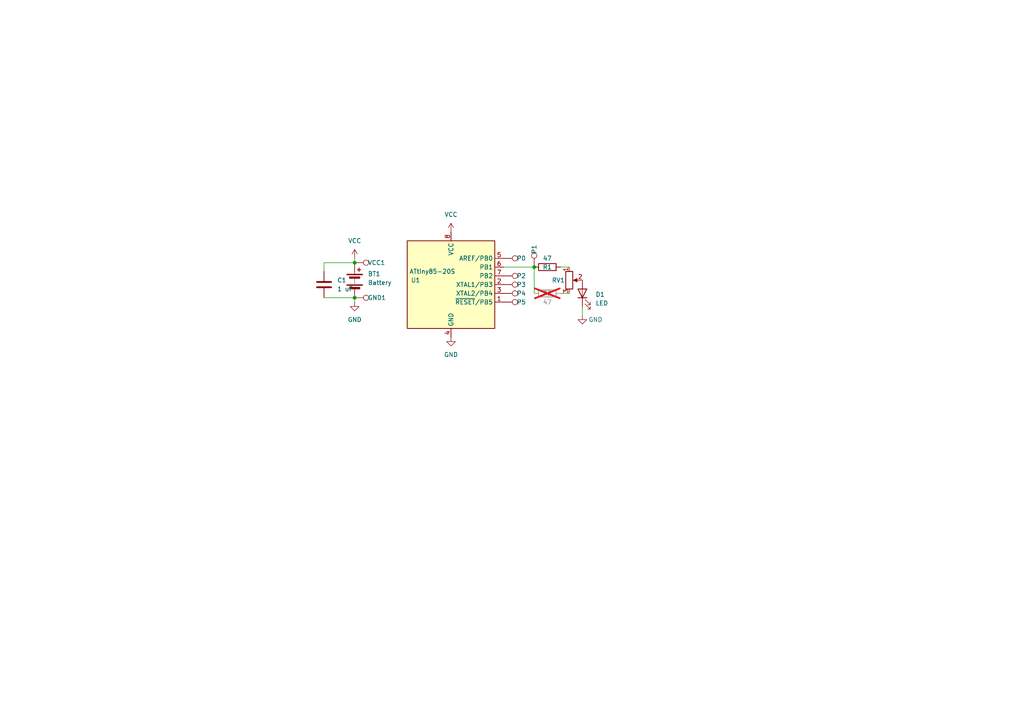
<source format=kicad_sch>
(kicad_sch (version 20230121) (generator eeschema)
  (paper "A4")
  (lib_symbols
    (symbol "Connector:TestPoint" (pin_numbers hide) (pin_names (offset 0.762) hide)
      (property "Reference" "TP" (at 0 6.858 0))
      (property "Value" "TestPoint" (at 0 5.08 0))
      (symbol "TestPoint_0_1"
        (circle (center 0 3.302) (radius 0.762))
      )
      (symbol "TestPoint_1_1"
        (pin passive line (at 0 0 90) (length 2.54) (name "1") (number "1"))
      )
    )
    (symbol "Device:Battery" (pin_numbers hide) (pin_names (offset 0) hide)
      (property "Reference" "BT" (at 2.54 2.54 0))
      (property "Value" "Battery" (at 2.54 0 0))
      (symbol "Battery_0_1"
        (rectangle (start -2.286 -1.27) (end 2.286 -1.524) (fill (type outline)))
        (rectangle (start -2.286 1.778) (end 2.286 1.524) (fill (type outline)))
        (rectangle (start -1.524 -2.032) (end 1.524 -2.54) (fill (type outline)))
        (rectangle (start -1.524 1.016) (end 1.524 0.508) (fill (type outline)))
        (polyline (pts (xy 0 -1.016) (xy 0 -0.762)))
        (polyline (pts (xy 0 -0.508) (xy 0 -0.254)))
        (polyline (pts (xy 0 0) (xy 0 0.254)))
        (polyline (pts (xy 0 1.778) (xy 0 2.54)))
        (polyline (pts (xy 0.762 3.048) (xy 1.778 3.048)) (stroke (width 0.254)))
        (polyline (pts (xy 1.27 3.556) (xy 1.27 2.54)) (stroke (width 0.254)))
      )
      (symbol "Battery_1_1"
        (pin passive line (at 0 5.08 270) (length 2.54) (name "+") (number "1"))
        (pin passive line (at 0 -5.08 90) (length 2.54) (name "-") (number "2"))
      )
    )
    (symbol "Device:C" (pin_numbers hide) (pin_names (offset 0.254))
      (property "Reference" "C" (at 0.635 2.54 0))
      (property "Value" "C" (at 0.635 -2.54 0))
      (symbol "C_0_1"
        (polyline (pts (xy -2.032 -0.762) (xy 2.032 -0.762)) (stroke (width 0.508)))
        (polyline (pts (xy -2.032 0.762) (xy 2.032 0.762)) (stroke (width 0.508)))
      )
      (symbol "C_1_1"
        (pin passive line (at 0 3.81 270) (length 2.794) (name "~") (number "1"))
        (pin passive line (at 0 -3.81 90) (length 2.794) (name "~") (number "2"))
      )
    )
    (symbol "Device:LED" (pin_numbers hide) (pin_names (offset 1.016) hide)
      (property "Reference" "D" (at 0 2.54 0))
      (property "Value" "LED" (at 0 -2.54 0))
      (symbol "LED_0_1"
        (polyline (pts (xy -1.27 -1.27) (xy -1.27 1.27)) (stroke (width 0.254)))
        (polyline (pts (xy -1.27 0) (xy 1.27 0)))
        (polyline (pts (xy 1.27 -1.27) (xy 1.27 1.27) (xy -1.27 0) (xy 1.27 -1.27)) (stroke (width 0.254)))
        (polyline (pts (xy -3.048 -0.762) (xy -4.572 -2.286) (xy -3.81 -2.286) (xy -4.572 -2.286) (xy -4.572 -1.524)))
        (polyline (pts (xy -1.778 -0.762) (xy -3.302 -2.286) (xy -2.54 -2.286) (xy -3.302 -2.286) (xy -3.302 -1.524)))
      )
      (symbol "LED_1_1"
        (pin passive line (at -3.81 0 0) (length 2.54) (name "K") (number "1"))
        (pin passive line (at 3.81 0 180) (length 2.54) (name "A") (number "2"))
      )
    )
    (symbol "Device:R" (pin_numbers hide) (pin_names (offset 0))
      (property "Reference" "R" (at 2.032 0 90))
      (property "Value" "R" (at 0 0 90))
      (symbol "R_0_1"
        (rectangle (start -1.016 -2.54) (end 1.016 2.54) (stroke (width 0.254)))
      )
      (symbol "R_1_1"
        (pin passive line (at 0 3.81 270) (length 1.27) (name "~") (number "1"))
        (pin passive line (at 0 -3.81 90) (length 1.27) (name "~") (number "2"))
      )
    )
    (symbol "Device:R_Potentiometer" (pin_names (offset 1.016) hide)
      (property "Reference" "RV" (at -4.445 0 90))
      (property "Value" "R_Potentiometer" (at -2.54 0 90))
      (symbol "R_Potentiometer_0_1"
        (polyline (pts (xy 2.54 0) (xy 1.524 0)))
        (polyline (pts (xy 1.143 0) (xy 2.286 0.508) (xy 2.286 -0.508) (xy 1.143 0)) (fill (type outline)))
        (rectangle (start 1.016 2.54) (end -1.016 -2.54) (stroke (width 0.254)))
      )
      (symbol "R_Potentiometer_1_1"
        (pin passive line (at 0 3.81 270) (length 1.27) (name "1") (number "1"))
        (pin passive line (at 3.81 0 180) (length 1.27) (name "2") (number "2"))
        (pin passive line (at 0 -3.81 90) (length 1.27) (name "3") (number "3"))
      )
    )
    (symbol "MCU_Microchip_ATtiny:ATtiny85-20S"
      (property "Reference" "U" (at -12.7 13.97 0))
      (property "Value" "ATtiny85-20S" (at 2.54 -13.97 0))
      (symbol "ATtiny85-20S_0_1"
        (rectangle (start -12.7 -12.7) (end 12.7 12.7) (stroke (width 0.254)) (fill (type background)))
      )
      (symbol "ATtiny85-20S_1_1"
        (pin bidirectional line (at 15.24 -5.08 180) (length 2.54) (name "~{RESET}/PB5") (number "1"))
        (pin bidirectional line (at 15.24 0 180) (length 2.54) (name "XTAL1/PB3") (number "2"))
        (pin bidirectional line (at 15.24 -2.54 180) (length 2.54) (name "XTAL2/PB4") (number "3"))
        (pin power_in line (at 0 -15.24 90) (length 2.54) (name "GND") (number "4"))
        (pin bidirectional line (at 15.24 7.62 180) (length 2.54) (name "AREF/PB0") (number "5"))
        (pin bidirectional line (at 15.24 5.08 180) (length 2.54) (name "PB1") (number "6"))
        (pin bidirectional line (at 15.24 2.54 180) (length 2.54) (name "PB2") (number "7"))
        (pin power_in line (at 0 15.24 270) (length 2.54) (name "VCC") (number "8"))
      )
    )
    (symbol "power:GND" (power) (pin_names (offset 0))
      (property "Value" "GND" (at 0 -3.81 0))
      (symbol "GND_0_1"
        (polyline (pts (xy 0 0) (xy 0 -1.27) (xy 1.27 -1.27) (xy 0 -2.54) (xy -1.27 -1.27) (xy 0 -1.27)))
      )
      (symbol "GND_1_1"
        (pin power_in line (at 0 0 270) (length 0) hide (name "GND") (number "1"))
      )
    )
    (symbol "power:VCC" (power) (pin_names (offset 0))
      (property "Value" "VCC" (at 0 3.81 0))
      (symbol "VCC_0_1"
        (polyline (pts (xy -0.762 1.27) (xy 0 2.54)))
        (polyline (pts (xy 0 0) (xy 0 2.54)))
        (polyline (pts (xy 0 2.54) (xy 0.762 1.27)))
      )
      (symbol "VCC_1_1"
        (pin power_in line (at 0 0 90) (length 0) hide (name "VCC") (number "1"))
      )
    )
  )
  (junction (at 102.87 86.36))
  (junction (at 102.87 76.2))
  (junction (at 154.94 77.47))
  (wire (pts (xy 165.1 77.47) (xy 162.56 77.47)))
  (wire (pts (xy 102.87 74.93) (xy 102.87 76.2)))
  (wire (pts (xy 168.91 88.9) (xy 168.91 91.44)))
  (wire (pts (xy 93.98 86.36) (xy 102.87 86.36)))
  (wire (pts (xy 146.05 77.47) (xy 154.94 77.47)))
  (wire (pts (xy 154.94 77.47) (xy 154.94 85.09)))
  (wire (pts (xy 93.98 78.74) (xy 93.98 76.2)))
  (wire (pts (xy 162.56 85.09) (xy 165.1 85.09)))
  (wire (pts (xy 102.87 87.63) (xy 102.87 86.36)))
  (wire (pts (xy 93.98 76.2) (xy 102.87 76.2)))
  (symbol (lib_id "Connector:TestPoint") (at 146.05 80.01 270) (unit 1)
    (property "Reference" "P2" (at 149.86 80.01 90) (effects (justify left)))
    (property "Value" "TestPoint" (effects hide))
    (property "Footprint" "TestPoint:TestPoint_Pad_D1.0mm" (effects hide))
  )
  (symbol (lib_id "Connector:TestPoint") (at 146.05 82.55 270) (unit 1)
    (property "Reference" "P3" (at 149.86 82.55 90) (effects (justify left)))
    (property "Value" "TestPoint" (effects hide))
    (property "Footprint" "TestPoint:TestPoint_Pad_D1.0mm" (effects hide))
  )
  (symbol (lib_id "Connector:TestPoint") (at 154.94 77.47 0) (unit 1)
    (property "Reference" "P1" (at 154.94 73.66 90) (effects (justify left)))
    (property "Value" "TestPoint" (effects hide))
    (property "Footprint" "TestPoint:TestPoint_Pad_D1.0mm" (effects hide))
  )
  (symbol (lib_id "Device:C") (at 93.98 82.55 0) (unit 1)
    (property "Reference" "C1" (at 97.79 81.28 0) (effects (justify left)))
    (property "Value" "1 uF" (at 97.79 83.82 0) (effects (justify left)))
    (property "Footprint" "Capacitor_SMD:C_0805_2012Metric_Pad1.18x1.45mm_HandSolder" (effects hide))
  )
  (symbol (lib_id "Device:R") (at 158.75 85.09 90) (unit 1) (dnp yes)
    (property "Reference" "R2" (at 158.75 85.09 90))
    (property "Value" "47" (at 158.75 87.63 90))
    (property "Footprint" "Resistor_SMD:R_0805_2012Metric_Pad1.20x1.40mm_HandSolder" (effects hide))
  )
  (symbol (lib_id "Device:Battery") (at 102.87 81.28 0) (unit 1)
    (property "Reference" "BT1" (at 106.68 79.4385 0) (effects (justify left)))
    (property "Value" "Battery" (at 106.68 81.9785 0) (effects (justify left)))
    (property "Footprint" "batteryConnector:3Pin 2.5MM Spring Contact" (effects hide))
  )
  (symbol (lib_id "power:GND") (at 102.87 87.63 0) (unit 1)
    (property "Reference" "#PWR05" (effects hide))
    (property "Value" "GND" (at 102.87 92.71 0))
  )
  (symbol (lib_id "Device:R_Potentiometer") (at 165.1 81.28 0) (unit 1)
    (property "Reference" "RV1" (at 163.83 81.28 0) (effects (justify right)))
    (property "Value" "R_Potentiometer" (effects hide))
    (property "Footprint" "Potentiometer_THT:Potentiometer_Piher_PC-16_Single_Vertical" (effects hide))
  )
  (symbol (lib_id "power:GND") (at 130.81 97.79 0) (unit 1)
    (property "Reference" "#PWR03" (effects hide))
    (property "Value" "GND" (at 130.81 102.87 0))
  )
  (symbol (lib_id "power:GND") (at 168.91 91.44 0) (unit 1)
    (property "Reference" "#PWR01" (effects hide))
    (property "Value" "GND" (at 172.72 92.71 0))
  )
  (symbol (lib_id "Connector:TestPoint") (at 146.05 74.93 270) (unit 1)
    (property "Reference" "P0" (at 149.86 74.93 90) (effects (justify left)))
    (property "Value" "TestPoint" (effects hide))
    (property "Footprint" "TestPoint:TestPoint_Pad_D1.0mm" (effects hide))
  )
  (symbol (lib_id "MCU_Microchip_ATtiny:ATtiny85-20S") (at 130.81 82.55 0) (unit 1)
    (property "Reference" "U1" (at 121.92 81.28 0) (effects (justify right)))
    (property "Value" "ATtiny85-20S" (at 132.08 78.74 0) (effects (justify right)))
    (property "Footprint" "Package_SO:SOIC-8W_5.3x5.3mm_P1.27mm" (effects hide))
    (property "Datasheet" "http://ww1.microchip.com/downloads/en/DeviceDoc/atmel-2586-avr-8-bit-microcontroller-attiny25-attiny45-attiny85_datasheet.pdf" (effects hide))
  )
  (symbol (lib_id "Connector:TestPoint") (at 102.87 76.2 270) (unit 1)
    (property "Reference" "VCC1" (at 106.68 76.2 90) (effects (justify left)))
    (property "Value" "TestPoint" (effects hide))
    (property "Footprint" "TestPoint:TestPoint_Pad_D1.0mm" (effects hide))
  )
  (symbol (lib_id "Connector:TestPoint") (at 102.87 86.36 270) (unit 1)
    (property "Reference" "GND1" (at 106.68 86.36 90) (effects (justify left)))
    (property "Value" "TestPoint" (effects hide))
    (property "Footprint" "TestPoint:TestPoint_Pad_D1.0mm" (effects hide))
  )
  (symbol (lib_id "power:VCC") (at 130.81 67.31 0) (unit 1)
    (property "Reference" "#PWR02" (effects hide))
    (property "Value" "VCC" (at 130.81 62.23 0))
  )
  (symbol (lib_id "Connector:TestPoint") (at 146.05 87.63 270) (unit 1)
    (property "Reference" "P5" (at 149.86 87.63 90) (effects (justify left)))
    (property "Value" "TestPoint" (effects hide))
    (property "Footprint" "TestPoint:TestPoint_Pad_D1.0mm" (effects hide))
  )
  (symbol (lib_id "power:VCC") (at 102.87 74.93 0) (unit 1)
    (property "Reference" "#PWR04" (effects hide))
    (property "Value" "VCC" (at 102.87 69.85 0))
  )
  (symbol (lib_id "Device:LED") (at 168.91 85.09 90) (unit 1)
    (property "Reference" "D1" (at 172.72 85.4075 90) (effects (justify right)))
    (property "Value" "LED" (at 172.72 87.9475 90) (effects (justify right)))
    (property "Footprint" "LED_THT:LED_D5.0mm_Clear" (effects hide))
  )
  (symbol (lib_id "Connector:TestPoint") (at 146.05 85.09 270) (unit 1)
    (property "Reference" "P4" (at 149.86 85.09 90) (effects (justify left)))
    (property "Value" "TestPoint" (effects hide))
    (property "Footprint" "TestPoint:TestPoint_Pad_D1.0mm" (effects hide))
  )
  (symbol (lib_id "Device:R") (at 158.75 77.47 90) (unit 1)
    (property "Reference" "R1" (at 158.75 77.47 90))
    (property "Value" "47" (at 158.75 74.93 90))
    (property "Footprint" "Resistor_SMD:R_0805_2012Metric_Pad1.20x1.40mm_HandSolder" (effects hide))
  )
)
</source>
